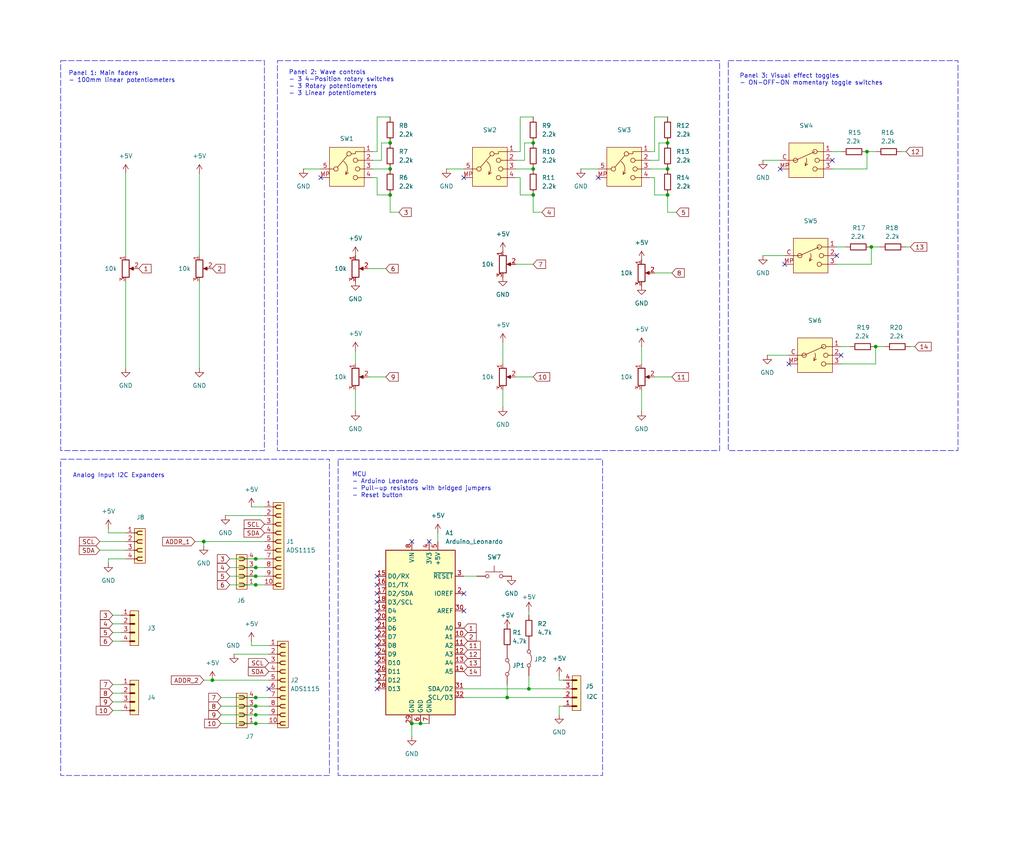
<source format=kicad_sch>
(kicad_sch (version 20231120) (generator "eeschema") (generator_version "8.0")
  (paper "User" 300 250)
  (title_block (title "\"Puppet Synthesizer\"") (company "Silvan Roth - ZHdK - Minor Digital Play"))
  (lib_symbols
    (symbol "Device:R_Potentiometer" (pin_names (offset 1.016) hide)
      (property "Reference" "RV" (at -4.445 0 90))
      (property "Value" "R_Potentiometer" (at -2.54 0 90))
      (symbol "R_Potentiometer_1_1"
        (pin passive line (at 0 3.81 270) (length 1.27) (name "1") (number "1"))
        (pin passive line (at 3.81 0 180) (length 1.27) (name "2") (number "2"))
        (pin passive line (at 0 -3.81 90) (length 1.27) (name "3") (number "3"))
      )
    )
    (symbol "Jumper:Jumper_2_Bridged" (pin_numbers hide) (pin_names (offset 0) hide) (exclude_from_sim yes)
      (property "Reference" "JP" (at 0 1.905 0))
      (property "Value" "Jumper_2_Bridged" (at 0 -2.54 0))
      (symbol "Jumper_2_Bridged_1_1"
        (pin passive line (at -5.08 0 0) (length 2.54) (name "A") (number "1"))
        (pin passive line (at 5.08 0 180) (length 2.54) (name "B") (number "2"))
      )
    )
    (symbol "MCU_Module:Arduino_Leonardo"
      (property "Reference" "A" (at -10.16 23.495 0))
      (property "Value" "Arduino_Leonardo" (at 5.08 -26.67 0))
      (symbol "Arduino_Leonardo_1_1"
        (pin no_connect line (at -10.16 -20.32 0) (length 2.54) hide (name "NC") (number "1"))
        (pin bidirectional line (at 12.7 -2.54 180) (length 2.54) (name "A1") (number "10"))
        (pin bidirectional line (at 12.7 -5.08 180) (length 2.54) (name "A2") (number "11"))
        (pin bidirectional line (at 12.7 -7.62 180) (length 2.54) (name "A3") (number "12"))
        (pin bidirectional line (at 12.7 -10.16 180) (length 2.54) (name "A4") (number "13"))
        (pin bidirectional line (at 12.7 -12.7 180) (length 2.54) (name "A5") (number "14"))
        (pin bidirectional line (at -12.7 15.24 0) (length 2.54) (name "D0/RX") (number "15"))
        (pin bidirectional line (at -12.7 12.7 0) (length 2.54) (name "D1/TX") (number "16"))
        (pin bidirectional line (at -12.7 10.16 0) (length 2.54) (name "D2/SDA") (number "17"))
        (pin bidirectional line (at -12.7 7.62 0) (length 2.54) (name "D3/SCL") (number "18"))
        (pin bidirectional line (at -12.7 5.08 0) (length 2.54) (name "D4") (number "19"))
        (pin output line (at 12.7 10.16 180) (length 2.54) (name "IOREF") (number "2"))
        (pin bidirectional line (at -12.7 2.54 0) (length 2.54) (name "D5") (number "20"))
        (pin bidirectional line (at -12.7 0 0) (length 2.54) (name "D6") (number "21"))
        (pin bidirectional line (at -12.7 -2.54 0) (length 2.54) (name "D7") (number "22"))
        (pin bidirectional line (at -12.7 -5.08 0) (length 2.54) (name "D8") (number "23"))
        (pin bidirectional line (at -12.7 -7.62 0) (length 2.54) (name "D9") (number "24"))
        (pin bidirectional line (at -12.7 -10.16 0) (length 2.54) (name "D10") (number "25"))
        (pin bidirectional line (at -12.7 -12.7 0) (length 2.54) (name "D11") (number "26"))
        (pin bidirectional line (at -12.7 -15.24 0) (length 2.54) (name "D12") (number "27"))
        (pin bidirectional line (at -12.7 -17.78 0) (length 2.54) (name "D13") (number "28"))
        (pin power_in line (at -2.54 -27.94 90) (length 2.54) (name "GND") (number "29"))
        (pin input line (at 12.7 15.24 180) (length 2.54) (name "~{RESET}") (number "3"))
        (pin input line (at 12.7 5.08 180) (length 2.54) (name "AREF") (number "30"))
        (pin bidirectional line (at 12.7 -17.78 180) (length 2.54) (name "SDA/D2") (number "31"))
        (pin bidirectional line (at 12.7 -20.32 180) (length 2.54) (name "SCL/D3") (number "32"))
        (pin power_out line (at 2.54 25.4 270) (length 2.54) (name "3V3") (number "4"))
        (pin power_out line (at 5.08 25.4 270) (length 2.54) (name "+5V") (number "5"))
        (pin power_in line (at 0 -27.94 90) (length 2.54) (name "GND") (number "6"))
        (pin power_in line (at 2.54 -27.94 90) (length 2.54) (name "GND") (number "7"))
        (pin power_in line (at -2.54 25.4 270) (length 2.54) (name "VIN") (number "8"))
        (pin bidirectional line (at 12.7 0 180) (length 2.54) (name "A0") (number "9"))
      )
    )
    (symbol "PCM_SL_Pin_Headers:PINHD_1x10_Female"
      (property "Reference" "J" (at 0 17.78 0))
      (property "Value" "PINHD_1x10_Female" (at 0 15.24 0))
      (symbol "PINHD_1x10_Female_1_1"
        (pin passive line (at -3.81 11.43 0) (length 2.54) (name "") (number "1"))
        (pin passive line (at -3.81 -11.43 0) (length 2.54) (name "") (number "10"))
        (pin passive line (at -3.81 8.89 0) (length 2.54) (name "") (number "2"))
        (pin passive line (at -3.81 6.35 0) (length 2.54) (name "") (number "3"))
        (pin passive line (at -3.81 3.81 0) (length 2.54) (name "") (number "4"))
        (pin passive line (at -3.81 1.27 0) (length 2.54) (name "") (number "5"))
        (pin passive line (at -3.81 -1.27 0) (length 2.54) (name "") (number "6"))
        (pin passive line (at -3.81 -3.81 0) (length 2.54) (name "") (number "7"))
        (pin passive line (at -3.81 -6.35 0) (length 2.54) (name "") (number "8"))
        (pin passive line (at -3.81 -8.89 0) (length 2.54) (name "") (number "9"))
      )
    )
    (symbol "PCM_SL_Pin_Headers:PINHD_1x4_Female"
      (property "Reference" "J" (at 0 10.16 0))
      (property "Value" "PINHD_1x4_Female" (at 0 7.62 0))
      (symbol "PINHD_1x4_Female_1_1"
        (pin passive line (at -3.81 3.81 0) (length 2.54) (name "") (number "1"))
        (pin passive line (at -3.81 1.27 0) (length 2.54) (name "") (number "2"))
        (pin passive line (at -3.81 -1.27 0) (length 2.54) (name "") (number "3"))
        (pin passive line (at -3.81 -3.81 0) (length 2.54) (name "") (number "4"))
      )
    )
    (symbol "PCM_SL_Pin_Headers:PINHD_1x4_Male"
      (property "Reference" "J" (at 0 8.89 0))
      (property "Value" "PINHD_1x4_Male" (at 0 6.35 0))
      (symbol "PINHD_1x4_Male_1_1"
        (pin passive line (at -3.81 3.81 0) (length 2.54) (name "") (number "1"))
        (pin passive line (at -3.81 1.27 0) (length 2.54) (name "") (number "2"))
        (pin passive line (at -3.81 -1.27 0) (length 2.54) (name "") (number "3"))
        (pin passive line (at -3.81 -3.81 0) (length 2.54) (name "") (number "4"))
      )
    )
    (symbol "PCM_SL_Resistors:2.2k"
      (property "Reference" "R" (at 0 5.08 0))
      (property "Value" "2.2k" (at 0 2.54 0))
      (symbol "2.2k_1_1"
        (pin passive line (at -3.81 0 0) (length 1.5) (name "") (number "1"))
        (pin passive line (at 3.81 0 180) (length 1.5) (name "~") (number "2"))
      )
    )
    (symbol "PCM_SL_Resistors:4.7k"
      (property "Reference" "R" (at 0 5.08 0))
      (property "Value" "4.7k" (at 0 2.54 0))
      (symbol "4.7k_1_1"
        (pin passive line (at -3.81 0 0) (length 1.5) (name "") (number "1"))
        (pin passive line (at 3.81 0 180) (length 1.5) (name "~") (number "2"))
      )
    )
    (symbol "ScottoKeebs:Placeholder_Switch" (pin_numbers hide) (pin_names (offset 1.016) hide)
      (property "Reference" "SW" (at 1.27 2.54 0))
      (property "Value" "Switch" (at 0 -1.524 0))
      (symbol "Placeholder_Switch_0_1"
        (pin passive line (at -5.08 0 0) (length 2.54) (name "1") (number "1"))
        (pin passive line (at 5.08 0 180) (length 2.54) (name "2") (number "2"))
      )
    )
    (symbol "Switch:SW_Rotary_1x4_MP" (pin_names hide)
      (property "Reference" "SW" (at 0 7.62 0))
      (property "Value" "SW_Rotary_1x4_MP" (at 8.89 -6.35 0))
      (symbol "SW_Rotary_1x4_MP_1_1"
        (pin passive line (at 7.62 5.08 180) (length 2.54) (name "") (number "1"))
        (pin passive line (at 7.62 2.54 180) (length 2.54) (name "") (number "2"))
        (pin passive line (at 7.62 0 180) (length 2.54) (name "") (number "3"))
        (pin passive line (at 7.62 -2.54 180) (length 2.54) (name "") (number "4"))
        (pin passive line (at -7.62 0 0) (length 2.54) (name "") (number "5"))
        (pin passive line (at -7.62 -2.54 0) (length 2.54) (name "") (number "MP"))
      )
    )
    (symbol "Switch:SW_SP3T_NR01103" (pin_names hide)
      (property "Reference" "SW" (at 0 6.35 0))
      (property "Value" "SW_SP3T_NR01103" (at 0 -6.35 0))
      (symbol "SW_SP3T_NR01103_1_1"
        (pin passive line (at 7.62 2.54 180) (length 2.54) (name "1") (number "1"))
        (pin passive line (at 7.62 0 180) (length 2.54) (name "2") (number "2"))
        (pin passive line (at 7.62 -2.54 180) (length 2.54) (name "3") (number "3"))
        (pin no_connect line (at -2.54 5.08 270) (length 0) hide (name "") (number "4"))
        (pin no_connect line (at 2.54 5.08 270) (length 0) hide (name "") (number "5"))
        (pin passive line (at -7.62 0 0) (length 2.54) (name "Common") (number "C"))
        (pin passive line (at -7.62 -2.54 0) (length 2.54) (name "MP") (number "MP"))
      )
    )
    (symbol "power:+5V" (power) (pin_numbers hide) (pin_names (offset 0) hide)
      (property "Value" "+5V" (at 0 3.556 0))
      (symbol "+5V_1_1"
        (pin power_in line (at 0 0 90) (length 0) (name "~") (number "1"))
      )
    )
    (symbol "power:GND" (power) (pin_numbers hide) (pin_names (offset 0) hide)
      (property "Value" "GND" (at 0 -3.81 0))
      (symbol "GND_1_1"
        (pin power_in line (at 0 0 270) (length 0) (name "~") (number "1"))
      )
    )
  )
  (junction (at 195.58 41.91))
  (junction (at 114.3 49.53))
  (junction (at 74.93 168.91))
  (junction (at 74.93 171.45))
  (junction (at 254 44.45))
  (junction (at 156.21 41.91))
  (junction (at 74.93 166.37))
  (junction (at 195.58 49.53))
  (junction (at 74.93 207.01))
  (junction (at 154.94 201.93))
  (junction (at 256.54 101.6))
  (junction (at 148.59 204.47))
  (junction (at 114.3 57.15))
  (junction (at 120.65 212.09))
  (junction (at 114.3 41.91))
  (junction (at 59.69 158.75))
  (junction (at 123.19 212.09))
  (junction (at 74.93 212.09))
  (junction (at 74.93 204.47))
  (junction (at 156.21 57.15))
  (junction (at 255.27 72.39))
  (junction (at 74.93 163.83))
  (junction (at 74.93 209.55))
  (junction (at 195.58 57.15))
  (junction (at 62.23 199.39))
  (junction (at 156.21 49.53))
  (no_connect (at 120.65 158.75))
  (no_connect (at 245.11 74.93))
  (no_connect (at 110.49 191.77))
  (no_connect (at 78.74 201.93))
  (no_connect (at 110.49 179.07))
  (no_connect (at 93.98 52.07))
  (no_connect (at 228.6 49.53))
  (no_connect (at 135.89 179.07))
  (no_connect (at 110.49 181.61))
  (no_connect (at 110.49 196.85))
  (no_connect (at 135.89 173.99))
  (no_connect (at 135.89 52.07))
  (no_connect (at 175.26 52.07))
  (no_connect (at 231.14 106.68))
  (no_connect (at 125.73 158.75))
  (no_connect (at 110.49 194.31))
  (no_connect (at 246.38 104.14))
  (no_connect (at 110.49 186.69))
  (no_connect (at 110.49 189.23))
  (no_connect (at 110.49 173.99))
  (no_connect (at 110.49 171.45))
  (no_connect (at 110.49 184.15))
  (no_connect (at 243.84 46.99))
  (no_connect (at 229.87 77.47))
  (no_connect (at 110.49 199.39))
  (no_connect (at 110.49 201.93))
  (no_connect (at 110.49 176.53))
  (no_connect (at 110.49 168.91))
  (wire (pts (xy 110.49 57.15) (xy 114.3 57.15)))
  (wire (pts (xy 67.31 168.91) (xy 74.93 168.91)))
  (wire (pts (xy 130.81 49.53) (xy 135.89 49.53)))
  (wire (pts (xy 31.75 163.83) (xy 31.75 165.1)))
  (wire (pts (xy 110.49 34.29) (xy 110.49 44.45)))
  (wire (pts (xy 193.04 41.91) (xy 195.58 41.91)))
  (wire (pts (xy 110.49 34.29) (xy 114.3 34.29)))
  (wire (pts (xy 223.52 46.99) (xy 228.6 46.99)))
  (wire (pts (xy 267.97 101.6) (xy 266.7 101.6)))
  (wire (pts (xy 191.77 57.15) (xy 195.58 57.15)))
  (wire (pts (xy 135.89 204.47) (xy 148.59 204.47)))
  (wire (pts (xy 120.65 212.09) (xy 120.65 215.9)))
  (wire (pts (xy 190.5 44.45) (xy 191.77 44.45)))
  (wire (pts (xy 36.83 74.93) (xy 36.83 50.8)))
  (wire (pts (xy 33.02 200.66) (xy 35.56 200.66)))
  (wire (pts (xy 147.32 106.68) (xy 147.32 100.33)))
  (wire (pts (xy 68.58 191.77) (xy 78.74 191.77)))
  (wire (pts (xy 246.38 101.6) (xy 248.92 101.6)))
  (wire (pts (xy 123.19 212.09) (xy 125.73 212.09)))
  (wire (pts (xy 148.59 184.15) (xy 148.59 182.88)))
  (wire (pts (xy 111.76 41.91) (xy 114.3 41.91)))
  (wire (pts (xy 151.13 46.99) (xy 153.67 46.99)))
  (wire (pts (xy 156.21 62.23) (xy 156.21 57.15)))
  (wire (pts (xy 191.77 34.29) (xy 195.58 34.29)))
  (wire (pts (xy 64.77 209.55) (xy 74.93 209.55)))
  (wire (pts (xy 163.83 199.39) (xy 163.83 198.12)))
  (wire (pts (xy 170.18 49.53) (xy 175.26 49.53)))
  (wire (pts (xy 190.5 49.53) (xy 195.58 49.53)))
  (wire (pts (xy 154.94 201.93) (xy 165.1 201.93)))
  (wire (pts (xy 59.69 158.75) (xy 77.47 158.75)))
  (wire (pts (xy 191.77 52.07) (xy 191.77 57.15)))
  (wire (pts (xy 114.3 62.23) (xy 114.3 57.15)))
  (wire (pts (xy 33.02 180.34) (xy 35.56 180.34)))
  (wire (pts (xy 152.4 52.07) (xy 151.13 52.07)))
  (wire (pts (xy 246.38 106.68) (xy 256.54 106.68)))
  (wire (pts (xy 151.13 44.45) (xy 152.4 44.45)))
  (wire (pts (xy 196.85 80.01) (xy 191.77 80.01)))
  (wire (pts (xy 198.12 62.23) (xy 195.58 62.23)))
  (wire (pts (xy 36.83 107.95) (xy 36.83 82.55)))
  (wire (pts (xy 113.03 110.49) (xy 107.95 110.49)))
  (wire (pts (xy 120.65 212.09) (xy 123.19 212.09)))
  (wire (pts (xy 88.9 49.53) (xy 93.98 49.53)))
  (wire (pts (xy 147.32 114.3) (xy 147.32 119.38)))
  (wire (pts (xy 74.93 212.09) (xy 78.74 212.09)))
  (wire (pts (xy 31.75 156.21) (xy 31.75 154.94)))
  (wire (pts (xy 193.04 41.91) (xy 193.04 46.99)))
  (wire (pts (xy 74.93 163.83) (xy 77.47 163.83)))
  (wire (pts (xy 151.13 49.53) (xy 156.21 49.53)))
  (wire (pts (xy 165.1 199.39) (xy 163.83 199.39)))
  (wire (pts (xy 158.75 62.23) (xy 156.21 62.23)))
  (wire (pts (xy 163.83 207.01) (xy 163.83 209.55)))
  (wire (pts (xy 256.54 101.6) (xy 259.08 101.6)))
  (wire (pts (xy 57.15 158.75) (xy 59.69 158.75)))
  (wire (pts (xy 195.58 62.23) (xy 195.58 57.15)))
  (wire (pts (xy 109.22 49.53) (xy 114.3 49.53)))
  (wire (pts (xy 110.49 52.07) (xy 110.49 57.15)))
  (wire (pts (xy 110.49 52.07) (xy 109.22 52.07)))
  (wire (pts (xy 58.42 107.95) (xy 58.42 82.55)))
  (wire (pts (xy 74.93 209.55) (xy 78.74 209.55)))
  (wire (pts (xy 152.4 52.07) (xy 152.4 57.15)))
  (wire (pts (xy 58.42 74.93) (xy 58.42 50.8)))
  (wire (pts (xy 255.27 72.39) (xy 257.81 72.39)))
  (wire (pts (xy 154.94 198.12) (xy 154.94 201.93)))
  (wire (pts (xy 74.93 168.91) (xy 77.47 168.91)))
  (wire (pts (xy 156.21 77.47) (xy 151.13 77.47)))
  (wire (pts (xy 196.85 110.49) (xy 191.77 110.49)))
  (wire (pts (xy 135.89 201.93) (xy 154.94 201.93)))
  (wire (pts (xy 111.76 41.91) (xy 111.76 46.99)))
  (wire (pts (xy 116.84 62.23) (xy 114.3 62.23)))
  (wire (pts (xy 156.21 110.49) (xy 151.13 110.49)))
  (wire (pts (xy 245.11 77.47) (xy 255.27 77.47)))
  (wire (pts (xy 153.67 41.91) (xy 156.21 41.91)))
  (wire (pts (xy 109.22 44.45) (xy 110.49 44.45)))
  (wire (pts (xy 36.83 163.83) (xy 31.75 163.83)))
  (wire (pts (xy 66.04 151.13) (xy 77.47 151.13)))
  (wire (pts (xy 64.77 212.09) (xy 74.93 212.09)))
  (wire (pts (xy 64.77 207.01) (xy 74.93 207.01)))
  (wire (pts (xy 243.84 44.45) (xy 246.38 44.45)))
  (wire (pts (xy 29.21 161.29) (xy 36.83 161.29)))
  (wire (pts (xy 33.02 182.88) (xy 35.56 182.88)))
  (wire (pts (xy 187.96 114.3) (xy 187.96 120.65)))
  (wire (pts (xy 243.84 49.53) (xy 254 49.53)))
  (wire (pts (xy 33.02 205.74) (xy 35.56 205.74)))
  (wire (pts (xy 62.23 199.39) (xy 78.74 199.39)))
  (wire (pts (xy 67.31 166.37) (xy 74.93 166.37)))
  (wire (pts (xy 64.77 204.47) (xy 74.93 204.47)))
  (wire (pts (xy 254 44.45) (xy 256.54 44.45)))
  (wire (pts (xy 33.02 185.42) (xy 35.56 185.42)))
  (wire (pts (xy 73.66 189.23) (xy 78.74 189.23)))
  (wire (pts (xy 128.27 156.21) (xy 128.27 158.75)))
  (wire (pts (xy 153.67 41.91) (xy 153.67 46.99)))
  (wire (pts (xy 245.11 72.39) (xy 247.65 72.39)))
  (wire (pts (xy 74.93 166.37) (xy 77.47 166.37)))
  (wire (pts (xy 165.1 207.01) (xy 163.83 207.01)))
  (wire (pts (xy 223.52 74.93) (xy 229.87 74.93)))
  (wire (pts (xy 255.27 72.39) (xy 255.27 77.47)))
  (wire (pts (xy 152.4 57.15) (xy 156.21 57.15)))
  (wire (pts (xy 190.5 46.99) (xy 193.04 46.99)))
  (wire (pts (xy 33.02 203.2) (xy 35.56 203.2)))
  (wire (pts (xy 73.66 187.96) (xy 73.66 189.23)))
  (wire (pts (xy 113.03 78.74) (xy 107.95 78.74)))
  (wire (pts (xy 59.69 158.75) (xy 59.69 160.02)))
  (wire (pts (xy 187.96 106.68) (xy 187.96 101.6)))
  (wire (pts (xy 67.31 163.83) (xy 74.93 163.83)))
  (wire (pts (xy 104.14 106.68) (xy 104.14 102.87)))
  (wire (pts (xy 265.43 44.45) (xy 264.16 44.45)))
  (wire (pts (xy 152.4 34.29) (xy 152.4 44.45)))
  (wire (pts (xy 67.31 171.45) (xy 74.93 171.45)))
  (wire (pts (xy 191.77 34.29) (xy 191.77 44.45)))
  (wire (pts (xy 148.59 204.47) (xy 148.59 200.66)))
  (wire (pts (xy 33.02 208.28) (xy 35.56 208.28)))
  (wire (pts (xy 256.54 101.6) (xy 256.54 106.68)))
  (wire (pts (xy 59.69 199.39) (xy 62.23 199.39)))
  (wire (pts (xy 29.21 158.75) (xy 36.83 158.75)))
  (wire (pts (xy 266.7 72.39) (xy 265.43 72.39)))
  (wire (pts (xy 191.77 52.07) (xy 190.5 52.07)))
  (wire (pts (xy 139.7 168.91) (xy 135.89 168.91)))
  (wire (pts (xy 74.93 171.45) (xy 77.47 171.45)))
  (wire (pts (xy 33.02 187.96) (xy 35.56 187.96)))
  (wire (pts (xy 74.93 207.01) (xy 78.74 207.01)))
  (wire (pts (xy 104.14 114.3) (xy 104.14 120.65)))
  (wire (pts (xy 36.83 156.21) (xy 31.75 156.21)))
  (wire (pts (xy 224.79 104.14) (xy 231.14 104.14)))
  (wire (pts (xy 254 44.45) (xy 254 49.53)))
  (wire (pts (xy 74.93 204.47) (xy 78.74 204.47)))
  (wire (pts (xy 148.59 204.47) (xy 165.1 204.47)))
  (wire (pts (xy 152.4 34.29) (xy 156.21 34.29)))
  (wire (pts (xy 73.66 148.59) (xy 77.47 148.59)))
  (wire (pts (xy 154.94 179.07) (xy 154.94 180.34)))
  (wire (pts (xy 109.22 46.99) (xy 111.76 46.99)))
  (rectangle (start 17.78 17.78) (end 77.47 132.08) (stroke (width 0) (type dash)))
  (rectangle (start 99.06 134.62) (end 176.53 227.33) (stroke (width 0) (type dash)))
  (rectangle (start 81.28 17.78) (end 210.82 132.08) (stroke (width 0) (type dash)))
  (rectangle (start 213.36 17.78) (end 280.67 132.08) (stroke (width 0) (type dash)))
  (rectangle (start 17.78 134.62) (end 96.52 227.33) (stroke (width 0) (type dash)))
  (text "Panel 2: Wave controls\n- 3 4-Position rotary switches\n- 3 Rotary potentiometers\n- 3 Linear potentiometers\n" (at 84.582 24.384 0) (effects (font (size 1.27 1.27)) (justify left)))
  (text "Analog Input I2C Expanders" (at 34.798 139.446 0) (effects (font (size 1.27 1.27))))
  (text "Panel 3: Visual effect toggles\n- ON-OFF-ON momentary toggle switches" (at 216.662 23.368 0) (effects (font (size 1.27 1.27)) (justify left)))
  (text "MCU\n- Arduino Leonardo\n- Pull-up resistors with bridged jumpers\n- Reset button" (at 103.124 138.43 0) (effects (font (size 1.27 1.27)) (justify left top)))
  (text "Panel 1: Main faders\n- 100mm linear potentiometers" (at 20.066 22.606 0) (effects (font (size 1.27 1.27)) (justify left)))
  (global_label "14" (shape input) (at 135.89 196.85 0) (property "Intersheetrefs" "${INTERSHEET_REFS}" (effects (hide yes))))
  (global_label "12" (shape input) (at 265.43 44.45 0) (property "Intersheetrefs" "${INTERSHEET_REFS}" (effects (hide yes))))
  (global_label "7" (shape input) (at 64.77 204.47 180) (property "Intersheetrefs" "${INTERSHEET_REFS}" (effects (hide yes))))
  (global_label "8" (shape input) (at 64.77 207.01 180) (property "Intersheetrefs" "${INTERSHEET_REFS}" (effects (hide yes))))
  (global_label "ADDR_1" (shape input) (at 57.15 158.75 180) (property "Intersheetrefs" "${INTERSHEET_REFS}" (effects (hide yes))))
  (global_label "5" (shape input) (at 198.12 62.23 0) (property "Intersheetrefs" "${INTERSHEET_REFS}" (effects (hide yes))))
  (global_label "SCL" (shape input) (at 29.21 158.75 180) (property "Intersheetrefs" "${INTERSHEET_REFS}" (effects (hide yes))))
  (global_label "SCL" (shape input) (at 78.74 194.31 180) (property "Intersheetrefs" "${INTERSHEET_REFS}" (effects (hide yes))))
  (global_label "10" (shape input) (at 64.77 212.09 180) (property "Intersheetrefs" "${INTERSHEET_REFS}" (effects (hide yes))))
  (global_label "3" (shape input) (at 116.84 62.23 0) (property "Intersheetrefs" "${INTERSHEET_REFS}" (effects (hide yes))))
  (global_label "8" (shape input) (at 33.02 203.2 180) (property "Intersheetrefs" "${INTERSHEET_REFS}" (effects (hide yes))))
  (global_label "9" (shape input) (at 113.03 110.49 0) (property "Intersheetrefs" "${INTERSHEET_REFS}" (effects (hide yes))))
  (global_label "3" (shape input) (at 33.02 180.34 180) (property "Intersheetrefs" "${INTERSHEET_REFS}" (effects (hide yes))))
  (global_label "11" (shape input) (at 135.89 189.23 0) (property "Intersheetrefs" "${INTERSHEET_REFS}" (effects (hide yes))))
  (global_label "11" (shape input) (at 196.85 110.49 0) (property "Intersheetrefs" "${INTERSHEET_REFS}" (effects (hide yes))))
  (global_label "14" (shape input) (at 267.97 101.6 0) (property "Intersheetrefs" "${INTERSHEET_REFS}" (effects (hide yes))))
  (global_label "7" (shape input) (at 156.21 77.47 0) (property "Intersheetrefs" "${INTERSHEET_REFS}" (effects (hide yes))))
  (global_label "12" (shape input) (at 135.89 191.77 0) (property "Intersheetrefs" "${INTERSHEET_REFS}" (effects (hide yes))))
  (global_label "13" (shape input) (at 135.89 194.31 0) (property "Intersheetrefs" "${INTERSHEET_REFS}" (effects (hide yes))))
  (global_label "3" (shape input) (at 67.31 163.83 180) (property "Intersheetrefs" "${INTERSHEET_REFS}" (effects (hide yes))))
  (global_label "SDA" (shape input) (at 29.21 161.29 180) (property "Intersheetrefs" "${INTERSHEET_REFS}" (effects (hide yes))))
  (global_label "ADDR_2" (shape input) (at 59.69 199.39 180) (property "Intersheetrefs" "${INTERSHEET_REFS}" (effects (hide yes))))
  (global_label "6" (shape input) (at 67.31 171.45 180) (property "Intersheetrefs" "${INTERSHEET_REFS}" (effects (hide yes))))
  (global_label "SDA" (shape input) (at 78.74 196.85 180) (property "Intersheetrefs" "${INTERSHEET_REFS}" (effects (hide yes))))
  (global_label "2" (shape input) (at 62.23 78.74 0) (property "Intersheetrefs" "${INTERSHEET_REFS}" (effects (hide yes))))
  (global_label "8" (shape input) (at 196.85 80.01 0) (property "Intersheetrefs" "${INTERSHEET_REFS}" (effects (hide yes))))
  (global_label "10" (shape input) (at 33.02 208.28 180) (property "Intersheetrefs" "${INTERSHEET_REFS}" (effects (hide yes))))
  (global_label "13" (shape input) (at 266.7 72.39 0) (property "Intersheetrefs" "${INTERSHEET_REFS}" (effects (hide yes))))
  (global_label "9" (shape input) (at 33.02 205.74 180) (property "Intersheetrefs" "${INTERSHEET_REFS}" (effects (hide yes))))
  (global_label "7" (shape input) (at 33.02 200.66 180) (property "Intersheetrefs" "${INTERSHEET_REFS}" (effects (hide yes))))
  (global_label "1" (shape input) (at 40.64 78.74 0) (property "Intersheetrefs" "${INTERSHEET_REFS}" (effects (hide yes))))
  (global_label "5" (shape input) (at 33.02 185.42 180) (property "Intersheetrefs" "${INTERSHEET_REFS}" (effects (hide yes))))
  (global_label "4" (shape input) (at 33.02 182.88 180) (property "Intersheetrefs" "${INTERSHEET_REFS}" (effects (hide yes))))
  (global_label "4" (shape input) (at 158.75 62.23 0) (property "Intersheetrefs" "${INTERSHEET_REFS}" (effects (hide yes))))
  (global_label "10" (shape input) (at 156.21 110.49 0) (property "Intersheetrefs" "${INTERSHEET_REFS}" (effects (hide yes))))
  (global_label "6" (shape input) (at 113.03 78.74 0) (property "Intersheetrefs" "${INTERSHEET_REFS}" (effects (hide yes))))
  (global_label "6" (shape input) (at 33.02 187.96 180) (property "Intersheetrefs" "${INTERSHEET_REFS}" (effects (hide yes))))
  (global_label "9" (shape input) (at 64.77 209.55 180) (property "Intersheetrefs" "${INTERSHEET_REFS}" (effects (hide yes))))
  (global_label "SDA" (shape input) (at 77.47 156.21 180) (property "Intersheetrefs" "${INTERSHEET_REFS}" (effects (hide yes))))
  (global_label "2" (shape input) (at 135.89 186.69 0) (property "Intersheetrefs" "${INTERSHEET_REFS}" (effects (hide yes))))
  (global_label "4" (shape input) (at 67.31 166.37 180) (property "Intersheetrefs" "${INTERSHEET_REFS}" (effects (hide yes))))
  (global_label "5" (shape input) (at 67.31 168.91 180) (property "Intersheetrefs" "${INTERSHEET_REFS}" (effects (hide yes))))
  (global_label "1" (shape input) (at 135.89 184.15 0) (property "Intersheetrefs" "${INTERSHEET_REFS}" (effects (hide yes))))
  (global_label "SCL" (shape input) (at 77.47 153.67 180) (property "Intersheetrefs" "${INTERSHEET_REFS}" (effects (hide yes))))
  (symbol (lib_id "power:+5V") (at 104.14 102.87 0) (unit 1)
    (property "Reference" "#PWR016" (effects (hide yes)))
    (property "Value" "+5V" (at 104.14 97.79 0))
    (property "Description" "Power symbol creates a global label with name \"+5V\"" (effects (hide yes)))
  )
  (symbol (lib_id "power:+5V") (at 187.96 76.2 0) (unit 1)
    (property "Reference" "#PWR013" (effects (hide yes)))
    (property "Value" "+5V" (at 187.96 71.12 0))
    (property "Description" "Power symbol creates a global label with name \"+5V\"" (effects (hide yes)))
  )
  (symbol (lib_id "Device:R_Potentiometer") (at 36.83 78.74 0) (unit 1)
    (property "Reference" "10k" (at 34.29 78.7399 0) (effects (justify right)))
    (property "Value" "R_Potentiometer" (effects (hide yes)))
    (property "Description" "Potentiometer" (effects (hide yes)))
  )
  (symbol (lib_id "power:GND") (at 36.83 107.95 0) (unit 1)
    (property "Reference" "#PWR024" (effects (hide yes)))
    (property "Value" "GND" (at 36.83 113.03 0))
    (property "Description" "Power symbol creates a global label with name \"GND\" , ground" (effects (hide yes)))
  )
  (symbol (lib_id "PCM_SL_Resistors:2.2k") (at 250.19 44.45 180) (unit 1)
    (property "Reference" "R15" (at 248.412 38.8619 0) (effects (justify right)))
    (property "Value" "2.2k" (at 247.904 41.402 0) (effects (justify right)))
    (property "Footprint" "Resistor_THT:R_Axial_DIN0207_L6.3mm_D2.5mm_P10.16mm_Horizontal" (effects (hide yes)))
    (property "Description" "2.2kΩ, 1/4W Resistor" (effects (hide yes)))
  )
  (symbol (lib_id "power:GND") (at 59.69 160.02 0) (unit 1)
    (property "Reference" "#PWR028" (effects (hide yes)))
    (property "Value" "GND" (at 59.69 165.1 0))
    (property "Description" "Power symbol creates a global label with name \"GND\" , ground" (effects (hide yes)))
  )
  (symbol (lib_id "power:GND") (at 66.04 151.13 0) (unit 1)
    (property "Reference" "#PWR030" (effects (hide yes)))
    (property "Value" "GND" (at 66.04 156.21 0))
    (property "Description" "Power symbol creates a global label with name \"GND\" , ground" (effects (hide yes)))
  )
  (symbol (lib_id "PCM_SL_Resistors:2.2k") (at 252.73 101.6 180) (unit 1)
    (property "Reference" "R19" (at 250.952 96.0119 0) (effects (justify right)))
    (property "Value" "2.2k" (at 250.444 98.552 0) (effects (justify right)))
    (property "Footprint" "Resistor_THT:R_Axial_DIN0207_L6.3mm_D2.5mm_P10.16mm_Horizontal" (effects (hide yes)))
    (property "Description" "2.2kΩ, 1/4W Resistor" (effects (hide yes)))
  )
  (symbol (lib_id "PCM_SL_Pin_Headers:PINHD_1x4_Female") (at 40.64 160.02 0) (unit 1)
    (property "Reference" "J8" (at 41.148 151.638 0))
    (property "Value" "PINHD_1x4_Female" (effects (hide yes)))
    (property "Footprint" "Connector_PinSocket_2.54mm:PinSocket_1x04_P2.54mm_Vertical" (effects (hide yes)))
    (property "Description" "Pin Header female with pin space 2.54mm. Pin Count -4" (effects (hide yes)))
  )
  (symbol (lib_id "power:+5V") (at 154.94 179.07 0) (unit 1)
    (property "Reference" "#PWR02" (effects (hide yes)))
    (property "Value" "+5V" (at 154.94 175.006 0))
    (property "Description" "Power symbol creates a global label with name \"+5V\"" (effects (hide yes)))
  )
  (symbol (lib_id "PCM_SL_Pin_Headers:PINHD_1x4_Male") (at 39.37 184.15 0) (unit 1)
    (property "Reference" "J3" (at 43.18 184.1499 0) (effects (justify left)))
    (property "Value" "PINHD_1x4_Male" (effects (hide yes)))
    (property "Footprint" "Connector_PinHeader_2.54mm:PinHeader_1x04_P2.54mm_Vertical" (effects (hide yes)))
    (property "Description" "Pin Header male with pin space 2.54mm. Pin Count -4" (effects (hide yes)))
  )
  (symbol (lib_id "PCM_SL_Pin_Headers:PINHD_1x4_Female") (at 71.12 208.28 180) (unit 1)
    (property "Reference" "J7" (at 73.152 215.9 0))
    (property "Value" "PINHD_1x4_Female" (effects (hide yes)))
    (property "Footprint" "Connector_PinSocket_2.54mm:PinSocket_1x04_P2.54mm_Vertical" (effects (hide yes)))
    (property "Description" "Pin Header female with pin space 2.54mm. Pin Count -4" (effects (hide yes)))
  )
  (symbol (lib_id "Device:R_Potentiometer") (at 147.32 77.47 0) (unit 1)
    (property "Reference" "10k" (at 144.78 77.4699 0) (effects (justify right)))
    (property "Value" "R_Potentiometer" (effects (hide yes)))
    (property "Footprint" "Potentiometer_THT:Potentiometer_Piher_T-16L_Single_Vertical_Hole" (effects (hide yes)))
    (property "Description" "Potentiometer" (effects (hide yes)))
  )
  (symbol (lib_id "power:+5V") (at 147.32 100.33 0) (unit 1)
    (property "Reference" "#PWR017" (effects (hide yes)))
    (property "Value" "+5V" (at 147.32 95.25 0))
    (property "Description" "Power symbol creates a global label with name \"+5V\"" (effects (hide yes)))
  )
  (symbol (lib_id "power:+5V") (at 163.83 198.12 0) (mirror y) (unit 1)
    (property "Reference" "#PWR033" (effects (hide yes)))
    (property "Value" "+5V" (at 163.83 193.04 0))
    (property "Description" "Power symbol creates a global label with name \"+5V\"" (effects (hide yes)))
  )
  (symbol (lib_id "power:GND") (at 120.65 215.9 0) (unit 1)
    (property "Reference" "#PWR019" (effects (hide yes)))
    (property "Value" "GND" (at 120.65 220.98 0))
    (property "Description" "Power symbol creates a global label with name \"GND\" , ground" (effects (hide yes)))
  )
  (symbol (lib_id "Switch:SW_SP3T_NR01103") (at 237.49 74.93 0) (unit 1)
    (property "Reference" "SW5" (at 237.49 64.77 0))
    (property "Value" "SW_SP3T_NR01103" (effects (hide yes)))
    (property "Footprint" "Button_Switch_THT:SW_NKK_NR01" (effects (hide yes)))
    (property "Datasheet" "https://www.nkkswitches.com/pdf/NR01%20Rotaries.pdf" (effects (hide yes)))
    (property "Description" "NKK Switches NR01 Series rotary SP3T switch" (effects (hide yes)))
  )
  (symbol (lib_id "Jumper:Jumper_2_Bridged") (at 154.94 193.04 270) (unit 1) (exclude_from_sim yes)
    (property "Reference" "JP2" (at 156.464 193.294 90) (effects (justify left)))
    (property "Value" "Jumper_2_Bridged" (effects (hide yes)))
    (property "Description" "Jumper, 2-pole, closed/bridged" (effects (hide yes)))
  )
  (symbol (lib_id "power:GND") (at 31.75 165.1 0) (mirror y) (unit 1)
    (property "Reference" "#PWR037" (effects (hide yes)))
    (property "Value" "GND" (at 31.75 170.18 0))
    (property "Description" "Power symbol creates a global label with name \"GND\" , ground" (effects (hide yes)))
  )
  (symbol (lib_id "PCM_SL_Resistors:2.2k") (at 156.21 38.1 90) (unit 1)
    (property "Reference" "R9" (at 158.75 36.8299 90) (effects (justify right)))
    (property "Value" "2.2k" (at 158.75 39.3699 90) (effects (justify right)))
    (property "Footprint" "Resistor_THT:R_Axial_DIN0207_L6.3mm_D2.5mm_P10.16mm_Horizontal" (effects (hide yes)))
    (property "Description" "2.2kΩ, 1/4W Resistor" (effects (hide yes)))
  )
  (symbol (lib_id "power:GND") (at 223.52 46.99 0) (unit 1)
    (property "Reference" "#PWR021" (effects (hide yes)))
    (property "Value" "GND" (at 223.52 52.07 0))
    (property "Description" "Power symbol creates a global label with name \"GND\" , ground" (effects (hide yes)))
  )
  (symbol (lib_id "power:+5V") (at 73.66 148.59 0) (unit 1)
    (property "Reference" "#PWR035" (effects (hide yes)))
    (property "Value" "+5V" (at 73.66 143.51 0))
    (property "Description" "Power symbol creates a global label with name \"+5V\"" (effects (hide yes)))
  )
  (symbol (lib_id "Device:R_Potentiometer") (at 187.96 110.49 0) (unit 1)
    (property "Reference" "10k" (at 185.42 110.4899 0) (effects (justify right)))
    (property "Value" "R_Potentiometer" (effects (hide yes)))
    (property "Footprint" "Potentiometer_THT:Potentiometer_Bourns_PTA6043_Single_Slide" (effects (hide yes)))
    (property "Description" "Potentiometer" (effects (hide yes)))
  )
  (symbol (lib_id "Switch:SW_SP3T_NR01103") (at 238.76 104.14 0) (unit 1)
    (property "Reference" "SW6" (at 238.76 93.98 0))
    (property "Value" "SW_SP3T_NR01103" (effects (hide yes)))
    (property "Footprint" "Button_Switch_THT:SW_NKK_NR01" (effects (hide yes)))
    (property "Datasheet" "https://www.nkkswitches.com/pdf/NR01%20Rotaries.pdf" (effects (hide yes)))
    (property "Description" "NKK Switches NR01 Series rotary SP3T switch" (effects (hide yes)))
  )
  (symbol (lib_id "power:+5V") (at 58.42 50.8 0) (unit 1)
    (property "Reference" "#PWR026" (effects (hide yes)))
    (property "Value" "+5V" (at 58.42 45.72 0))
    (property "Description" "Power symbol creates a global label with name \"+5V\"" (effects (hide yes)))
  )
  (symbol (lib_id "power:+5V") (at 128.27 156.21 0) (unit 1)
    (property "Reference" "#PWR03" (effects (hide yes)))
    (property "Value" "+5V" (at 128.27 151.13 0))
    (property "Description" "Power symbol creates a global label with name \"+5V\"" (effects (hide yes)))
  )
  (symbol (lib_id "PCM_SL_Pin_Headers:PINHD_1x4_Male") (at 168.91 203.2 0) (mirror x) (unit 1)
    (property "Reference" "J5" (at 172.72 201.168 0))
    (property "Value" "I2C" (at 173.482 204.216 0))
    (property "Footprint" "Connector_PinHeader_2.54mm:PinHeader_1x04_P2.54mm_Vertical" (effects (hide yes)))
    (property "Description" "Pin Header male with pin space 2.54mm. Pin Count -4" (effects (hide yes)))
  )
  (symbol (lib_id "power:GND") (at 163.83 209.55 0) (mirror y) (unit 1)
    (property "Reference" "#PWR034" (effects (hide yes)))
    (property "Value" "GND" (at 163.83 214.63 0))
    (property "Description" "Power symbol creates a global label with name \"GND\" , ground" (effects (hide yes)))
  )
  (symbol (lib_id "power:+5V") (at 104.14 74.93 0) (unit 1)
    (property "Reference" "#PWR015" (effects (hide yes)))
    (property "Value" "+5V" (at 104.14 69.85 0))
    (property "Description" "Power symbol creates a global label with name \"+5V\"" (effects (hide yes)))
  )
  (symbol (lib_id "power:GND") (at 223.52 74.93 0) (unit 1)
    (property "Reference" "#PWR022" (effects (hide yes)))
    (property "Value" "GND" (at 223.52 80.01 0))
    (property "Description" "Power symbol creates a global label with name \"GND\" , ground" (effects (hide yes)))
  )
  (symbol (lib_id "power:+5V") (at 147.32 73.66 0) (unit 1)
    (property "Reference" "#PWR014" (effects (hide yes)))
    (property "Value" "+5V" (at 147.32 68.58 0))
    (property "Description" "Power symbol creates a global label with name \"+5V\"" (effects (hide yes)))
  )
  (symbol (lib_id "PCM_SL_Pin_Headers:PINHD_1x4_Male") (at 39.37 204.47 0) (unit 1)
    (property "Reference" "J4" (at 43.18 204.4699 0) (effects (justify left)))
    (property "Value" "PINHD_1x4_Male" (effects (hide yes)))
    (property "Footprint" "Connector_PinHeader_2.54mm:PinHeader_1x04_P2.54mm_Vertical" (effects (hide yes)))
    (property "Description" "Pin Header male with pin space 2.54mm. Pin Count -4" (effects (hide yes)))
  )
  (symbol (lib_id "PCM_SL_Resistors:2.2k") (at 156.21 45.72 90) (unit 1)
    (property "Reference" "R10" (at 158.75 44.4499 90) (effects (justify right)))
    (property "Value" "2.2k" (at 158.75 46.9899 90) (effects (justify right)))
    (property "Footprint" "Resistor_THT:R_Axial_DIN0207_L6.3mm_D2.5mm_P10.16mm_Horizontal" (effects (hide yes)))
    (property "Description" "2.2kΩ, 1/4W Resistor" (effects (hide yes)))
  )
  (symbol (lib_id "PCM_SL_Resistors:2.2k") (at 195.58 53.34 270) (unit 1)
    (property "Reference" "R14" (at 198.12 52.0699 90) (effects (justify left)))
    (property "Value" "2.2k" (at 198.12 54.6099 90) (effects (justify left)))
    (property "Footprint" "Resistor_THT:R_Axial_DIN0207_L6.3mm_D2.5mm_P10.16mm_Horizontal" (effects (hide yes)))
    (property "Description" "2.2kΩ, 1/4W Resistor" (effects (hide yes)))
  )
  (symbol (lib_id "Device:R_Potentiometer") (at 187.96 80.01 0) (unit 1)
    (property "Reference" "10k" (at 185.42 80.0099 0) (effects (justify right)))
    (property "Value" "R_Potentiometer" (effects (hide yes)))
    (property "Footprint" "Potentiometer_THT:Potentiometer_Piher_T-16L_Single_Vertical_Hole" (effects (hide yes)))
    (property "Description" "Potentiometer" (effects (hide yes)))
  )
  (symbol (lib_id "power:GND") (at 149.86 168.91 0) (unit 1)
    (property "Reference" "#PWR020" (effects (hide yes)))
    (property "Value" "GND" (at 149.86 173.99 0))
    (property "Description" "Power symbol creates a global label with name \"GND\" , ground" (effects (hide yes)))
  )
  (symbol (lib_id "MCU_Module:Arduino_Leonardo") (at 123.19 184.15 0) (unit 1)
    (property "Reference" "A1" (at 130.4641 156.21 0) (effects (justify left)))
    (property "Value" "Arduino_Leonardo" (at 130.4641 158.75 0) (effects (justify left)))
    (property "Footprint" "Module:Arduino_UNO_R3" (effects (hide yes)))
    (property "Datasheet" "https://www.arduino.cc/en/Main/ArduinoBoardLeonardo" (effects (hide yes)))
    (property "Description" "Arduino LEONARDO Microcontroller Module" (effects (hide yes)))
  )
  (symbol (lib_id "Device:R_Potentiometer") (at 104.14 110.49 0) (unit 1)
    (property "Reference" "10k" (at 101.6 110.4899 0) (effects (justify right)))
    (property "Value" "R_Potentiometer" (effects (hide yes)))
    (property "Footprint" "Potentiometer_THT:Potentiometer_Bourns_PTA6043_Single_Slide" (effects (hide yes)))
    (property "Description" "Potentiometer" (effects (hide yes)))
  )
  (symbol (lib_id "PCM_SL_Resistors:2.2k") (at 156.21 53.34 270) (unit 1)
    (property "Reference" "R11" (at 158.75 52.0699 90) (effects (justify left)))
    (property "Value" "2.2k" (at 158.75 54.6099 90) (effects (justify left)))
    (property "Footprint" "Resistor_THT:R_Axial_DIN0207_L6.3mm_D2.5mm_P10.16mm_Horizontal" (effects (hide yes)))
    (property "Description" "2.2kΩ, 1/4W Resistor" (effects (hide yes)))
  )
  (symbol (lib_id "Device:R_Potentiometer") (at 104.14 78.74 0) (unit 1)
    (property "Reference" "10k" (at 101.6 78.7399 0) (effects (justify right)))
    (property "Value" "R_Potentiometer" (effects (hide yes)))
    (property "Footprint" "Potentiometer_THT:Potentiometer_Piher_T-16L_Single_Vertical_Hole" (effects (hide yes)))
    (property "Description" "Potentiometer" (effects (hide yes)))
  )
  (symbol (lib_id "Switch:SW_Rotary_1x4_MP") (at 143.51 49.53 0) (unit 1)
    (property "Reference" "SW2" (at 143.51 38.1 0))
    (property "Value" "SW_Rotary_1x4_MP" (effects (hide yes)))
    (property "Description" "Rotary switch 1x4, SP4T with mount point " (effects (hide yes)))
  )
  (symbol (lib_id "power:GND") (at 130.81 49.53 0) (unit 1)
    (property "Reference" "#PWR05" (effects (hide yes)))
    (property "Value" "GND" (at 130.81 54.61 0))
    (property "Description" "Power symbol creates a global label with name \"GND\" , ground" (effects (hide yes)))
  )
  (symbol (lib_id "power:GND") (at 88.9 49.53 0) (unit 1)
    (property "Reference" "#PWR06" (effects (hide yes)))
    (property "Value" "GND" (at 88.9 54.61 0))
    (property "Description" "Power symbol creates a global label with name \"GND\" , ground" (effects (hide yes)))
  )
  (symbol (lib_id "power:GND") (at 104.14 120.65 0) (unit 1)
    (property "Reference" "#PWR011" (effects (hide yes)))
    (property "Value" "GND" (at 104.14 125.73 0))
    (property "Description" "Power symbol creates a global label with name \"GND\" , ground" (effects (hide yes)))
  )
  (symbol (lib_id "power:+5V") (at 148.59 184.15 0) (unit 1)
    (property "Reference" "#PWR01" (effects (hide yes)))
    (property "Value" "+5V" (at 148.59 180.34 0))
    (property "Description" "Power symbol creates a global label with name \"+5V\"" (effects (hide yes)))
  )
  (symbol (lib_id "PCM_SL_Resistors:2.2k") (at 114.3 38.1 90) (unit 1)
    (property "Reference" "R8" (at 116.84 36.8299 90) (effects (justify right)))
    (property "Value" "2.2k" (at 116.84 39.3699 90) (effects (justify right)))
    (property "Footprint" "Resistor_THT:R_Axial_DIN0207_L6.3mm_D2.5mm_P10.16mm_Horizontal" (effects (hide yes)))
    (property "Description" "2.2kΩ, 1/4W Resistor" (effects (hide yes)))
  )
  (symbol (lib_id "PCM_SL_Pin_Headers:PINHD_1x10_Female") (at 81.28 160.02 0) (unit 1)
    (property "Reference" "J1" (at 83.82 158.7499 0) (effects (justify left)))
    (property "Value" "ADS1115" (at 83.82 161.2899 0) (effects (justify left)))
    (property "Footprint" "Connector_PinSocket_2.54mm:PinSocket_1x10_P2.54mm_Vertical" (effects (hide yes)))
    (property "Description" "Pin Header female with pin space 2.54mm. Pin Count - 10" (effects (hide yes)))
  )
  (symbol (lib_id "Switch:SW_Rotary_1x4_MP") (at 182.88 49.53 0) (unit 1)
    (property "Reference" "SW3" (at 182.88 38.1 0))
    (property "Value" "SW_Rotary_1x4_MP" (effects (hide yes)))
    (property "Description" "Rotary switch 1x4, SP4T with mount point " (effects (hide yes)))
  )
  (symbol (lib_id "power:+5V") (at 187.96 101.6 0) (unit 1)
    (property "Reference" "#PWR018" (effects (hide yes)))
    (property "Value" "+5V" (at 187.96 96.52 0))
    (property "Description" "Power symbol creates a global label with name \"+5V\"" (effects (hide yes)))
  )
  (symbol (lib_id "power:GND") (at 187.96 83.82 0) (unit 1)
    (property "Reference" "#PWR07" (effects (hide yes)))
    (property "Value" "GND" (at 187.96 88.9 0))
    (property "Description" "Power symbol creates a global label with name \"GND\" , ground" (effects (hide yes)))
  )
  (symbol (lib_id "Switch:SW_Rotary_1x4_MP") (at 101.6 49.53 0) (unit 1)
    (property "Reference" "SW1" (at 101.6 40.64 0))
    (property "Value" "SW_Rotary_1x4_MP" (effects (hide yes)))
    (property "Description" "Rotary switch 1x4, SP4T with mount point " (effects (hide yes)))
  )
  (symbol (lib_id "power:+5V") (at 62.23 199.39 0) (unit 1)
    (property "Reference" "#PWR031" (effects (hide yes)))
    (property "Value" "+5V" (at 62.23 194.31 0))
    (property "Description" "Power symbol creates a global label with name \"+5V\"" (effects (hide yes)))
  )
  (symbol (lib_id "Device:R_Potentiometer") (at 147.32 110.49 0) (unit 1)
    (property "Reference" "10k" (at 144.78 110.4899 0) (effects (justify right)))
    (property "Value" "R_Potentiometer" (effects (hide yes)))
    (property "Footprint" "Potentiometer_THT:Potentiometer_Bourns_PTA6043_Single_Slide" (effects (hide yes)))
    (property "Description" "Potentiometer" (effects (hide yes)))
  )
  (symbol (lib_id "power:+5V") (at 31.75 154.94 0) (mirror y) (unit 1)
    (property "Reference" "#PWR036" (effects (hide yes)))
    (property "Value" "+5V" (at 31.75 149.86 0))
    (property "Description" "Power symbol creates a global label with name \"+5V\"" (effects (hide yes)))
  )
  (symbol (lib_id "PCM_SL_Resistors:2.2k") (at 114.3 53.34 270) (unit 1)
    (property "Reference" "R6" (at 116.84 52.0699 90) (effects (justify left)))
    (property "Value" "2.2k" (at 116.84 54.6099 90) (effects (justify left)))
    (property "Footprint" "Resistor_THT:R_Axial_DIN0207_L6.3mm_D2.5mm_P10.16mm_Horizontal" (effects (hide yes)))
    (property "Description" "2.2kΩ, 1/4W Resistor" (effects (hide yes)))
  )
  (symbol (lib_id "power:+5V") (at 36.83 50.8 0) (unit 1)
    (property "Reference" "#PWR027" (effects (hide yes)))
    (property "Value" "+5V" (at 36.83 45.72 0))
    (property "Description" "Power symbol creates a global label with name \"+5V\"" (effects (hide yes)))
  )
  (symbol (lib_id "PCM_SL_Resistors:2.2k") (at 195.58 38.1 90) (unit 1)
    (property "Reference" "R12" (at 198.12 36.8299 90) (effects (justify right)))
    (property "Value" "2.2k" (at 198.12 39.3699 90) (effects (justify right)))
    (property "Footprint" "Resistor_THT:R_Axial_DIN0207_L6.3mm_D2.5mm_P10.16mm_Horizontal" (effects (hide yes)))
    (property "Description" "2.2kΩ, 1/4W Resistor" (effects (hide yes)))
  )
  (symbol (lib_id "power:GND") (at 187.96 120.65 0) (unit 1)
    (property "Reference" "#PWR09" (effects (hide yes)))
    (property "Value" "GND" (at 187.96 125.73 0))
    (property "Description" "Power symbol creates a global label with name \"GND\" , ground" (effects (hide yes)))
  )
  (symbol (lib_id "power:+5V") (at 73.66 187.96 0) (unit 1)
    (property "Reference" "#PWR032" (effects (hide yes)))
    (property "Value" "+5V" (at 73.66 182.88 0))
    (property "Description" "Power symbol creates a global label with name \"+5V\"" (effects (hide yes)))
  )
  (symbol (lib_id "ScottoKeebs:Placeholder_Switch") (at 144.78 168.91 0) (unit 1)
    (property "Reference" "SW7" (at 144.78 163.322 0))
    (property "Value" "Switch" (effects (hide yes)))
    (property "Description" "Push button switch, generic, two pins" (effects (hide yes)))
  )
  (symbol (lib_id "PCM_SL_Resistors:2.2k") (at 261.62 72.39 180) (unit 1)
    (property "Reference" "R18" (at 259.334 66.802 0) (effects (justify right)))
    (property "Value" "2.2k" (at 259.334 69.342 0) (effects (justify right)))
    (property "Footprint" "Resistor_THT:R_Axial_DIN0207_L6.3mm_D2.5mm_P10.16mm_Horizontal" (effects (hide yes)))
    (property "Description" "2.2kΩ, 1/4W Resistor" (effects (hide yes)))
  )
  (symbol (lib_id "Device:R_Potentiometer") (at 58.42 78.74 0) (unit 1)
    (property "Reference" "10k" (at 55.88 78.7399 0) (effects (justify right)))
    (property "Value" "R_Potentiometer" (effects (hide yes)))
    (property "Description" "Potentiometer" (effects (hide yes)))
  )
  (symbol (lib_id "PCM_SL_Pin_Headers:PINHD_1x10_Female") (at 82.55 200.66 0) (unit 1)
    (property "Reference" "J2" (at 85.09 199.3899 0) (effects (justify left)))
    (property "Value" "ADS1115" (at 85.09 201.9299 0) (effects (justify left)))
    (property "Footprint" "Connector_PinSocket_2.54mm:PinSocket_1x10_P2.54mm_Vertical" (effects (hide yes)))
    (property "Description" "Pin Header female with pin space 2.54mm. Pin Count - 10" (effects (hide yes)))
  )
  (symbol (lib_id "PCM_SL_Resistors:2.2k") (at 260.35 44.45 180) (unit 1)
    (property "Reference" "R16" (at 258.064 38.862 0) (effects (justify right)))
    (property "Value" "2.2k" (at 258.064 41.402 0) (effects (justify right)))
    (property "Footprint" "Resistor_THT:R_Axial_DIN0207_L6.3mm_D2.5mm_P10.16mm_Horizontal" (effects (hide yes)))
    (property "Description" "2.2kΩ, 1/4W Resistor" (effects (hide yes)))
  )
  (symbol (lib_id "power:GND") (at 147.32 81.28 0) (unit 1)
    (property "Reference" "#PWR08" (effects (hide yes)))
    (property "Value" "GND" (at 147.32 86.36 0))
    (property "Description" "Power symbol creates a global label with name \"GND\" , ground" (effects (hide yes)))
  )
  (symbol (lib_id "PCM_SL_Pin_Headers:PINHD_1x4_Female") (at 71.12 167.64 180) (unit 1)
    (property "Reference" "J6" (at 70.612 176.022 0))
    (property "Value" "PINHD_1x4_Female" (effects (hide yes)))
    (property "Footprint" "Connector_PinSocket_2.54mm:PinSocket_1x04_P2.54mm_Vertical" (effects (hide yes)))
    (property "Description" "Pin Header female with pin space 2.54mm. Pin Count -4" (effects (hide yes)))
  )
  (symbol (lib_id "power:GND") (at 170.18 49.53 0) (unit 1)
    (property "Reference" "#PWR04" (effects (hide yes)))
    (property "Value" "GND" (at 170.18 54.61 0))
    (property "Description" "Power symbol creates a global label with name \"GND\" , ground" (effects (hide yes)))
  )
  (symbol (lib_id "power:GND") (at 104.14 82.55 0) (unit 1)
    (property "Reference" "#PWR012" (effects (hide yes)))
    (property "Value" "GND" (at 104.14 87.63 0))
    (property "Description" "Power symbol creates a global label with name \"GND\" , ground" (effects (hide yes)))
  )
  (symbol (lib_id "PCM_SL_Resistors:4.7k") (at 154.94 184.15 90) (unit 1)
    (property "Reference" "R2" (at 157.48 182.8799 90) (effects (justify right)))
    (property "Value" "4.7k" (at 157.48 185.4199 90) (effects (justify right)))
    (property "Footprint" "Resistor_THT:R_Axial_DIN0207_L6.3mm_D2.5mm_P10.16mm_Horizontal" (effects (hide yes)))
    (property "Description" "4.7kΩ, 1/4W Resistor" (effects (hide yes)))
  )
  (symbol (lib_id "PCM_SL_Resistors:2.2k") (at 195.58 45.72 90) (unit 1)
    (property "Reference" "R13" (at 198.12 44.4499 90) (effects (justify right)))
    (property "Value" "2.2k" (at 198.12 46.9899 90) (effects (justify right)))
    (property "Footprint" "Resistor_THT:R_Axial_DIN0207_L6.3mm_D2.5mm_P10.16mm_Horizontal" (effects (hide yes)))
    (property "Description" "2.2kΩ, 1/4W Resistor" (effects (hide yes)))
  )
  (symbol (lib_id "PCM_SL_Resistors:2.2k") (at 251.46 72.39 180) (unit 1)
    (property "Reference" "R17" (at 249.682 66.8019 0) (effects (justify right)))
    (property "Value" "2.2k" (at 249.174 69.342 0) (effects (justify right)))
    (property "Footprint" "Resistor_THT:R_Axial_DIN0207_L6.3mm_D2.5mm_P10.16mm_Horizontal" (effects (hide yes)))
    (property "Description" "2.2kΩ, 1/4W Resistor" (effects (hide yes)))
  )
  (symbol (lib_id "Jumper:Jumper_2_Bridged") (at 148.59 195.58 270) (unit 1) (exclude_from_sim yes)
    (property "Reference" "JP1" (at 150.114 195.072 90) (effects (justify left)))
    (property "Value" "Jumper_2_Bridged" (effects (hide yes)))
    (property "Description" "Jumper, 2-pole, closed/bridged" (effects (hide yes)))
  )
  (symbol (lib_id "Switch:SW_SP3T_NR01103") (at 236.22 46.99 0) (unit 1)
    (property "Reference" "SW4" (at 236.22 36.83 0))
    (property "Value" "SW_SP3T_NR01103" (effects (hide yes)))
    (property "Footprint" "Button_Switch_THT:SW_NKK_NR01" (effects (hide yes)))
    (property "Datasheet" "https://www.nkkswitches.com/pdf/NR01%20Rotaries.pdf" (effects (hide yes)))
    (property "Description" "NKK Switches NR01 Series rotary SP3T switch" (effects (hide yes)))
  )
  (symbol (lib_id "power:GND") (at 224.79 104.14 0) (unit 1)
    (property "Reference" "#PWR023" (effects (hide yes)))
    (property "Value" "GND" (at 224.79 109.22 0))
    (property "Description" "Power symbol creates a global label with name \"GND\" , ground" (effects (hide yes)))
  )
  (symbol (lib_id "power:GND") (at 68.58 191.77 0) (unit 1)
    (property "Reference" "#PWR029" (effects (hide yes)))
    (property "Value" "GND" (at 68.326 189.23 0))
    (property "Description" "Power symbol creates a global label with name \"GND\" , ground" (effects (hide yes)))
  )
  (symbol (lib_id "power:GND") (at 147.32 119.38 0) (unit 1)
    (property "Reference" "#PWR010" (effects (hide yes)))
    (property "Value" "GND" (at 147.32 124.46 0))
    (property "Description" "Power symbol creates a global label with name \"GND\" , ground" (effects (hide yes)))
  )
  (symbol (lib_id "power:GND") (at 58.42 107.95 0) (unit 1)
    (property "Reference" "#PWR025" (effects (hide yes)))
    (property "Value" "GND" (at 58.42 113.03 0))
    (property "Description" "Power symbol creates a global label with name \"GND\" , ground" (effects (hide yes)))
  )
  (symbol (lib_id "PCM_SL_Resistors:2.2k") (at 114.3 45.72 90) (unit 1)
    (property "Reference" "R7" (at 116.84 44.4499 90) (effects (justify right)))
    (property "Value" "2.2k" (at 116.84 46.9899 90) (effects (justify right)))
    (property "Footprint" "Resistor_THT:R_Axial_DIN0207_L6.3mm_D2.5mm_P10.16mm_Horizontal" (effects (hide yes)))
    (property "Description" "2.2kΩ, 1/4W Resistor" (effects (hide yes)))
  )
  (symbol (lib_id "PCM_SL_Resistors:2.2k") (at 262.89 101.6 180) (unit 1)
    (property "Reference" "R20" (at 260.604 96.012 0) (effects (justify right)))
    (property "Value" "2.2k" (at 260.604 98.552 0) (effects (justify right)))
    (property "Footprint" "Resistor_THT:R_Axial_DIN0207_L6.3mm_D2.5mm_P10.16mm_Horizontal" (effects (hide yes)))
    (property "Description" "2.2kΩ, 1/4W Resistor" (effects (hide yes)))
  )
  (symbol (lib_id "PCM_SL_Resistors:4.7k") (at 148.59 186.69 90) (unit 1)
    (property "Reference" "R1" (at 150.114 185.42 90) (effects (justify right)))
    (property "Value" "4.7k" (at 150.114 187.96 90) (effects (justify right)))
    (property "Footprint" "Resistor_THT:R_Axial_DIN0207_L6.3mm_D2.5mm_P10.16mm_Horizontal" (effects (hide yes)))
    (property "Description" "4.7kΩ, 1/4W Resistor" (effects (hide yes)))
  )
)
</source>
